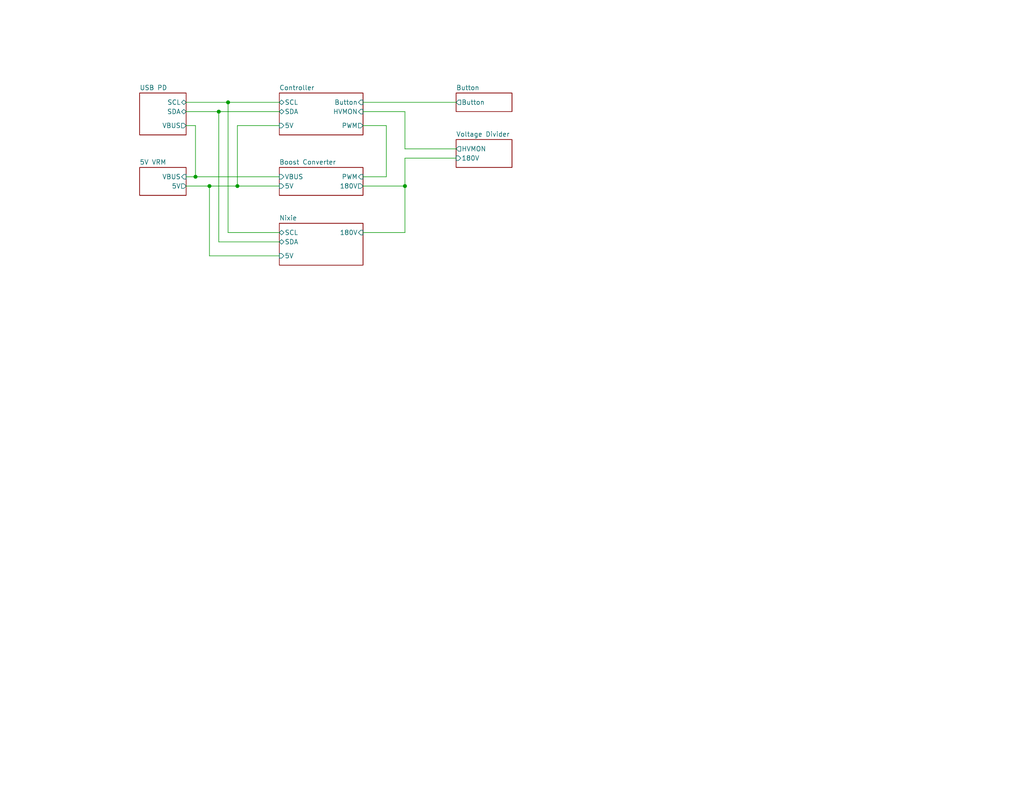
<source format=kicad_sch>
(kicad_sch
	(version 20231120)
	(generator "eeschema")
	(generator_version "8.0")
	(uuid "c2082ee6-4c2e-4b3c-b2d7-410eae192cfe")
	(paper "USLetter")
	(lib_symbols)
	(junction
		(at 59.69 30.48)
		(diameter 0)
		(color 0 0 0 0)
		(uuid "2ed4c099-7925-408c-99ad-e0b7a96385a6")
	)
	(junction
		(at 110.49 50.8)
		(diameter 0)
		(color 0 0 0 0)
		(uuid "5232c3e3-0408-4bed-9d85-033adfa52fc0")
	)
	(junction
		(at 53.34 48.26)
		(diameter 0)
		(color 0 0 0 0)
		(uuid "759771d0-f414-4ae5-a71f-a30b4818f851")
	)
	(junction
		(at 62.23 27.94)
		(diameter 0)
		(color 0 0 0 0)
		(uuid "ab98c0b9-3eb0-428a-8035-ff33797835c9")
	)
	(junction
		(at 57.15 50.8)
		(diameter 0)
		(color 0 0 0 0)
		(uuid "d300e4aa-347c-43d0-887c-9f9edfd3a9f9")
	)
	(junction
		(at 64.77 50.8)
		(diameter 0)
		(color 0 0 0 0)
		(uuid "e9031982-43f7-4a90-a68c-241cfa29e3a4")
	)
	(wire
		(pts
			(xy 50.8 30.48) (xy 59.69 30.48)
		)
		(stroke
			(width 0)
			(type default)
		)
		(uuid "02194453-d2c9-4252-8ad4-e0ad48b3f3b0")
	)
	(wire
		(pts
			(xy 110.49 50.8) (xy 110.49 43.18)
		)
		(stroke
			(width 0)
			(type default)
		)
		(uuid "0768c890-023e-4453-be3b-6f0b647ac095")
	)
	(wire
		(pts
			(xy 50.8 50.8) (xy 57.15 50.8)
		)
		(stroke
			(width 0)
			(type default)
		)
		(uuid "13e07571-c20f-4291-8a7a-62d189af5f11")
	)
	(wire
		(pts
			(xy 50.8 27.94) (xy 62.23 27.94)
		)
		(stroke
			(width 0)
			(type default)
		)
		(uuid "16421cc0-bbe3-4cc0-8aac-bf82140234c7")
	)
	(wire
		(pts
			(xy 99.06 50.8) (xy 110.49 50.8)
		)
		(stroke
			(width 0)
			(type default)
		)
		(uuid "1a655f8e-c2cd-415b-9815-3981877e404f")
	)
	(wire
		(pts
			(xy 64.77 50.8) (xy 76.2 50.8)
		)
		(stroke
			(width 0)
			(type default)
		)
		(uuid "283fcf43-3ff3-4155-9f11-44ce57d6ecd5")
	)
	(wire
		(pts
			(xy 99.06 30.48) (xy 110.49 30.48)
		)
		(stroke
			(width 0)
			(type default)
		)
		(uuid "306aaf31-4890-4990-a043-6f984b44f3c4")
	)
	(wire
		(pts
			(xy 76.2 66.04) (xy 59.69 66.04)
		)
		(stroke
			(width 0)
			(type default)
		)
		(uuid "404241f6-c88b-48c7-8a82-98f9097673b1")
	)
	(wire
		(pts
			(xy 53.34 34.29) (xy 53.34 48.26)
		)
		(stroke
			(width 0)
			(type default)
		)
		(uuid "4150bb5d-d273-43d7-964e-33c4053aabdc")
	)
	(wire
		(pts
			(xy 99.06 48.26) (xy 105.41 48.26)
		)
		(stroke
			(width 0)
			(type default)
		)
		(uuid "4ec6bbf3-9548-4324-8c81-8484c419432d")
	)
	(wire
		(pts
			(xy 53.34 48.26) (xy 50.8 48.26)
		)
		(stroke
			(width 0)
			(type default)
		)
		(uuid "5e8b703d-b049-4d97-842e-11a6ae545ca8")
	)
	(wire
		(pts
			(xy 57.15 50.8) (xy 64.77 50.8)
		)
		(stroke
			(width 0)
			(type default)
		)
		(uuid "604fe1fb-ff95-4170-adb3-8eeacda8ddba")
	)
	(wire
		(pts
			(xy 50.8 34.29) (xy 53.34 34.29)
		)
		(stroke
			(width 0)
			(type default)
		)
		(uuid "64d0a3e3-f35e-4793-b964-39c03b279c68")
	)
	(wire
		(pts
			(xy 64.77 34.29) (xy 64.77 50.8)
		)
		(stroke
			(width 0)
			(type default)
		)
		(uuid "66388d5d-2497-4997-8837-3aabc6b764cd")
	)
	(wire
		(pts
			(xy 64.77 34.29) (xy 76.2 34.29)
		)
		(stroke
			(width 0)
			(type default)
		)
		(uuid "70687090-7ac8-4a58-a218-dcdbd8393f2b")
	)
	(wire
		(pts
			(xy 105.41 34.29) (xy 105.41 48.26)
		)
		(stroke
			(width 0)
			(type default)
		)
		(uuid "7938dfe2-cf88-4dfa-854e-ccd1d10b5b6f")
	)
	(wire
		(pts
			(xy 110.49 63.5) (xy 110.49 50.8)
		)
		(stroke
			(width 0)
			(type default)
		)
		(uuid "7eeb4e74-bd37-4568-8ec4-a70e6f7675f1")
	)
	(wire
		(pts
			(xy 76.2 69.85) (xy 57.15 69.85)
		)
		(stroke
			(width 0)
			(type default)
		)
		(uuid "86d8d660-d8e7-4a59-ab38-1a52748d222c")
	)
	(wire
		(pts
			(xy 110.49 43.18) (xy 124.46 43.18)
		)
		(stroke
			(width 0)
			(type default)
		)
		(uuid "90604322-ff13-4321-8dff-0d0e9b03fef2")
	)
	(wire
		(pts
			(xy 62.23 63.5) (xy 62.23 27.94)
		)
		(stroke
			(width 0)
			(type default)
		)
		(uuid "99889335-12db-484e-aaa6-416d7cb285cf")
	)
	(wire
		(pts
			(xy 53.34 48.26) (xy 76.2 48.26)
		)
		(stroke
			(width 0)
			(type default)
		)
		(uuid "a02d4330-8e89-4492-8440-04ef81e17a2a")
	)
	(wire
		(pts
			(xy 57.15 69.85) (xy 57.15 50.8)
		)
		(stroke
			(width 0)
			(type default)
		)
		(uuid "a7734a61-b965-4047-bb58-e81dc77b1ec5")
	)
	(wire
		(pts
			(xy 99.06 63.5) (xy 110.49 63.5)
		)
		(stroke
			(width 0)
			(type default)
		)
		(uuid "aa9f84e4-0732-4d20-840d-60fcee9f594a")
	)
	(wire
		(pts
			(xy 59.69 30.48) (xy 76.2 30.48)
		)
		(stroke
			(width 0)
			(type default)
		)
		(uuid "b2b0be6f-4977-4a98-9cf5-fa6737d0aa7b")
	)
	(wire
		(pts
			(xy 110.49 30.48) (xy 110.49 40.64)
		)
		(stroke
			(width 0)
			(type default)
		)
		(uuid "b3afd51e-ee26-448a-82d8-da0080b600fa")
	)
	(wire
		(pts
			(xy 76.2 63.5) (xy 62.23 63.5)
		)
		(stroke
			(width 0)
			(type default)
		)
		(uuid "bb789bf6-778d-409c-b7e3-9dac5d1bc66e")
	)
	(wire
		(pts
			(xy 110.49 40.64) (xy 124.46 40.64)
		)
		(stroke
			(width 0)
			(type default)
		)
		(uuid "bd1b92d1-9ff2-4809-a016-cf33c9d3146f")
	)
	(wire
		(pts
			(xy 99.06 27.94) (xy 124.46 27.94)
		)
		(stroke
			(width 0)
			(type default)
		)
		(uuid "ed54dfc3-bff7-4654-b235-ac6d6ae747c8")
	)
	(wire
		(pts
			(xy 59.69 66.04) (xy 59.69 30.48)
		)
		(stroke
			(width 0)
			(type default)
		)
		(uuid "f258a7c0-79d7-4307-9d89-d68e63f09ad8")
	)
	(wire
		(pts
			(xy 62.23 27.94) (xy 76.2 27.94)
		)
		(stroke
			(width 0)
			(type default)
		)
		(uuid "f2633875-93c4-4a6e-b098-f09821183f4b")
	)
	(wire
		(pts
			(xy 99.06 34.29) (xy 105.41 34.29)
		)
		(stroke
			(width 0)
			(type default)
		)
		(uuid "fc433027-629c-4bf4-9d4f-907281bba6ad")
	)
	(sheet
		(at 76.2 60.96)
		(size 22.86 11.43)
		(fields_autoplaced yes)
		(stroke
			(width 0.1524)
			(type solid)
		)
		(fill
			(color 0 0 0 0.0000)
		)
		(uuid "394d8c35-7fb7-4f2e-9832-1fea7fce0352")
		(property "Sheetname" "Nixie"
			(at 76.2 60.2484 0)
			(effects
				(font
					(size 1.27 1.27)
				)
				(justify left bottom)
			)
		)
		(property "Sheetfile" "Nixie.kicad_sch"
			(at 76.2 72.9746 0)
			(effects
				(font
					(size 1.27 1.27)
				)
				(justify left top)
				(hide yes)
			)
		)
		(pin "SCL" bidirectional
			(at 76.2 63.5 180)
			(effects
				(font
					(size 1.27 1.27)
				)
				(justify left)
			)
			(uuid "c41e68f6-7a65-4c9c-83fb-4a69fed3df9b")
		)
		(pin "SDA" bidirectional
			(at 76.2 66.04 180)
			(effects
				(font
					(size 1.27 1.27)
				)
				(justify left)
			)
			(uuid "b8855a61-1827-4241-bc92-f015b58fa96e")
		)
		(pin "5V" input
			(at 76.2 69.85 180)
			(effects
				(font
					(size 1.27 1.27)
				)
				(justify left)
			)
			(uuid "459b340c-ac9c-483c-a8c5-9d971b8ed0c9")
		)
		(pin "180V" input
			(at 99.06 63.5 0)
			(effects
				(font
					(size 1.27 1.27)
				)
				(justify right)
			)
			(uuid "1aac77e5-b354-423f-89e4-63e15a271fb8")
		)
		(instances
			(project "Nixie Driver Tester"
				(path "/c2082ee6-4c2e-4b3c-b2d7-410eae192cfe"
					(page "8")
				)
			)
		)
	)
	(sheet
		(at 124.46 25.4)
		(size 15.24 5.08)
		(fields_autoplaced yes)
		(stroke
			(width 0.1524)
			(type solid)
		)
		(fill
			(color 0 0 0 0.0000)
		)
		(uuid "6e79d909-830f-4059-b641-0b140124ed9d")
		(property "Sheetname" "Button"
			(at 124.46 24.6884 0)
			(effects
				(font
					(size 1.27 1.27)
				)
				(justify left bottom)
			)
		)
		(property "Sheetfile" "Button.kicad_sch"
			(at 124.46 31.0646 0)
			(effects
				(font
					(size 1.27 1.27)
				)
				(justify left top)
				(hide yes)
			)
		)
		(pin "Button" output
			(at 124.46 27.94 180)
			(effects
				(font
					(size 1.27 1.27)
				)
				(justify left)
			)
			(uuid "d2388afa-26e4-43f4-9da1-9a24d96324d0")
		)
		(instances
			(project "Nixie Driver Tester"
				(path "/c2082ee6-4c2e-4b3c-b2d7-410eae192cfe"
					(page "5")
				)
			)
		)
	)
	(sheet
		(at 76.2 25.4)
		(size 22.86 11.43)
		(fields_autoplaced yes)
		(stroke
			(width 0.1524)
			(type solid)
		)
		(fill
			(color 0 0 0 0.0000)
		)
		(uuid "9f01134a-2f79-4022-9c4f-b5d1e4c08c6e")
		(property "Sheetname" "Controller"
			(at 76.2 24.6884 0)
			(effects
				(font
					(size 1.27 1.27)
				)
				(justify left bottom)
			)
		)
		(property "Sheetfile" "Controller.kicad_sch"
			(at 76.2 37.4146 0)
			(effects
				(font
					(size 1.27 1.27)
				)
				(justify left top)
				(hide yes)
			)
		)
		(pin "SCL" bidirectional
			(at 76.2 27.94 180)
			(effects
				(font
					(size 1.27 1.27)
				)
				(justify left)
			)
			(uuid "e1624d3d-535f-42f6-84a6-d9d15752f900")
		)
		(pin "SDA" bidirectional
			(at 76.2 30.48 180)
			(effects
				(font
					(size 1.27 1.27)
				)
				(justify left)
			)
			(uuid "b475b4ab-aa61-4b7a-beaf-b282ffe950c4")
		)
		(pin "PWM" output
			(at 99.06 34.29 0)
			(effects
				(font
					(size 1.27 1.27)
				)
				(justify right)
			)
			(uuid "ac63f012-2a13-4e3c-9437-ae3b2792c1f5")
		)
		(pin "HVMON" input
			(at 99.06 30.48 0)
			(effects
				(font
					(size 1.27 1.27)
				)
				(justify right)
			)
			(uuid "4baf8230-4142-4ffd-9d40-98cc51c68079")
		)
		(pin "Button" input
			(at 99.06 27.94 0)
			(effects
				(font
					(size 1.27 1.27)
				)
				(justify right)
			)
			(uuid "36059201-e439-4779-9a91-9174d7780ae0")
		)
		(pin "5V" input
			(at 76.2 34.29 180)
			(effects
				(font
					(size 1.27 1.27)
				)
				(justify left)
			)
			(uuid "f7c40442-408b-4483-b7dd-6ac4469a5b9c")
		)
		(instances
			(project "Nixie Driver Tester"
				(path "/c2082ee6-4c2e-4b3c-b2d7-410eae192cfe"
					(page "2")
				)
			)
		)
	)
	(sheet
		(at 38.1 25.4)
		(size 12.7 11.43)
		(fields_autoplaced yes)
		(stroke
			(width 0.1524)
			(type solid)
		)
		(fill
			(color 0 0 0 0.0000)
		)
		(uuid "a2c82d8d-ba01-453c-92fd-beb2147f352b")
		(property "Sheetname" "USB PD"
			(at 38.1 24.6884 0)
			(effects
				(font
					(size 1.27 1.27)
				)
				(justify left bottom)
			)
		)
		(property "Sheetfile" "USB PD.kicad_sch"
			(at 38.1 37.4146 0)
			(effects
				(font
					(size 1.27 1.27)
				)
				(justify left top)
				(hide yes)
			)
		)
		(pin "SDA" bidirectional
			(at 50.8 30.48 0)
			(effects
				(font
					(size 1.27 1.27)
				)
				(justify right)
			)
			(uuid "adbeed5b-1925-48a9-8ee2-a0d268d595fb")
		)
		(pin "SCL" bidirectional
			(at 50.8 27.94 0)
			(effects
				(font
					(size 1.27 1.27)
				)
				(justify right)
			)
			(uuid "115e9a5e-11e0-4740-bd35-85cf1e69e205")
		)
		(pin "VBUS" output
			(at 50.8 34.29 0)
			(effects
				(font
					(size 1.27 1.27)
				)
				(justify right)
			)
			(uuid "91c5379c-4800-4698-b757-46f502bad3e8")
		)
		(instances
			(project "Nixie Driver Tester"
				(path "/c2082ee6-4c2e-4b3c-b2d7-410eae192cfe"
					(page "6")
				)
			)
		)
	)
	(sheet
		(at 124.46 38.1)
		(size 15.24 7.62)
		(fields_autoplaced yes)
		(stroke
			(width 0.1524)
			(type solid)
		)
		(fill
			(color 0 0 0 0.0000)
		)
		(uuid "ae5fc040-94ea-4df2-9d60-7848f7e17a3f")
		(property "Sheetname" "Voltage Divider"
			(at 124.46 37.3884 0)
			(effects
				(font
					(size 1.27 1.27)
				)
				(justify left bottom)
			)
		)
		(property "Sheetfile" "Voltage Divider.kicad_sch"
			(at 124.46 46.3046 0)
			(effects
				(font
					(size 1.27 1.27)
				)
				(justify left top)
				(hide yes)
			)
		)
		(pin "HVMON" output
			(at 124.46 40.64 180)
			(effects
				(font
					(size 1.27 1.27)
				)
				(justify left)
			)
			(uuid "acb6bee1-16e5-4f62-8f16-864c45587e0f")
		)
		(pin "180V" input
			(at 124.46 43.18 180)
			(effects
				(font
					(size 1.27 1.27)
				)
				(justify left)
			)
			(uuid "fe2c1bb5-4911-4d19-8668-8ee9e4d7ebd7")
		)
		(instances
			(project "Nixie Driver Tester"
				(path "/c2082ee6-4c2e-4b3c-b2d7-410eae192cfe"
					(page "4")
				)
			)
		)
	)
	(sheet
		(at 38.1 45.72)
		(size 12.7 7.62)
		(fields_autoplaced yes)
		(stroke
			(width 0.1524)
			(type solid)
		)
		(fill
			(color 0 0 0 0.0000)
		)
		(uuid "f02fb26c-0046-487f-b7d5-0718c4f74977")
		(property "Sheetname" "5V VRM"
			(at 38.1 45.0084 0)
			(effects
				(font
					(size 1.27 1.27)
				)
				(justify left bottom)
			)
		)
		(property "Sheetfile" "5V VRM.kicad_sch"
			(at 38.1 53.9246 0)
			(effects
				(font
					(size 1.27 1.27)
				)
				(justify left top)
				(hide yes)
			)
		)
		(pin "VBUS" input
			(at 50.8 48.26 0)
			(effects
				(font
					(size 1.27 1.27)
				)
				(justify right)
			)
			(uuid "763a54c6-fc87-4590-ba70-9fb2496275a9")
		)
		(pin "5V" output
			(at 50.8 50.8 0)
			(effects
				(font
					(size 1.27 1.27)
				)
				(justify right)
			)
			(uuid "ec6633d4-5574-454b-ad64-2f1e9a300f0f")
		)
		(instances
			(project "Nixie Driver Tester"
				(path "/c2082ee6-4c2e-4b3c-b2d7-410eae192cfe"
					(page "7")
				)
			)
		)
	)
	(sheet
		(at 76.2 45.72)
		(size 22.86 7.62)
		(fields_autoplaced yes)
		(stroke
			(width 0.1524)
			(type solid)
		)
		(fill
			(color 0 0 0 0.0000)
		)
		(uuid "f65193b1-af2e-4613-8eac-c37ef85f5db5")
		(property "Sheetname" "Boost Converter"
			(at 76.2 45.0084 0)
			(effects
				(font
					(size 1.27 1.27)
				)
				(justify left bottom)
			)
		)
		(property "Sheetfile" "Boost Converter.kicad_sch"
			(at 76.2 53.9246 0)
			(effects
				(font
					(size 1.27 1.27)
				)
				(justify left top)
				(hide yes)
			)
		)
		(pin "PWM" input
			(at 99.06 48.26 0)
			(effects
				(font
					(size 1.27 1.27)
				)
				(justify right)
			)
			(uuid "c1aa1c44-b9ab-4b43-8d72-f9e9884d8622")
		)
		(pin "5V" input
			(at 76.2 50.8 180)
			(effects
				(font
					(size 1.27 1.27)
				)
				(justify left)
			)
			(uuid "68957ee4-dab0-491d-9de8-88f159788ca2")
		)
		(pin "VBUS" input
			(at 76.2 48.26 180)
			(effects
				(font
					(size 1.27 1.27)
				)
				(justify left)
			)
			(uuid "bf09d53d-b0d8-482f-80f6-29b59ee563de")
		)
		(pin "180V" output
			(at 99.06 50.8 0)
			(effects
				(font
					(size 1.27 1.27)
				)
				(justify right)
			)
			(uuid "0ee1c67c-e757-4966-a724-59d763558a08")
		)
		(instances
			(project "Nixie Driver Tester"
				(path "/c2082ee6-4c2e-4b3c-b2d7-410eae192cfe"
					(page "3")
				)
			)
		)
	)
	(sheet_instances
		(path "/"
			(page "1")
		)
	)
)

</source>
